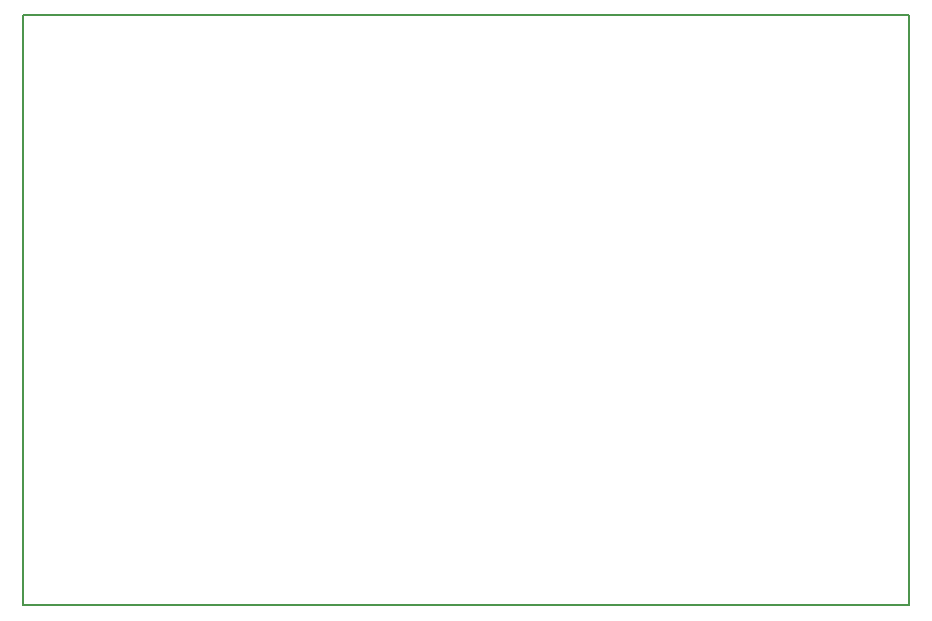
<source format=gko>
G04*
G04 #@! TF.GenerationSoftware,Altium Limited,Altium Designer,21.7.2 (23)*
G04*
G04 Layer_Color=16711935*
%FSLAX25Y25*%
%MOIN*%
G70*
G04*
G04 #@! TF.SameCoordinates,CEDA9658-653E-4C37-85A5-3546ED317D05*
G04*
G04*
G04 #@! TF.FilePolarity,Positive*
G04*
G01*
G75*
%ADD47C,0.00500*%
D47*
X0Y0D02*
Y196850D01*
X295276D01*
Y0D02*
Y196850D01*
X0Y0D02*
X295276D01*
M02*

</source>
